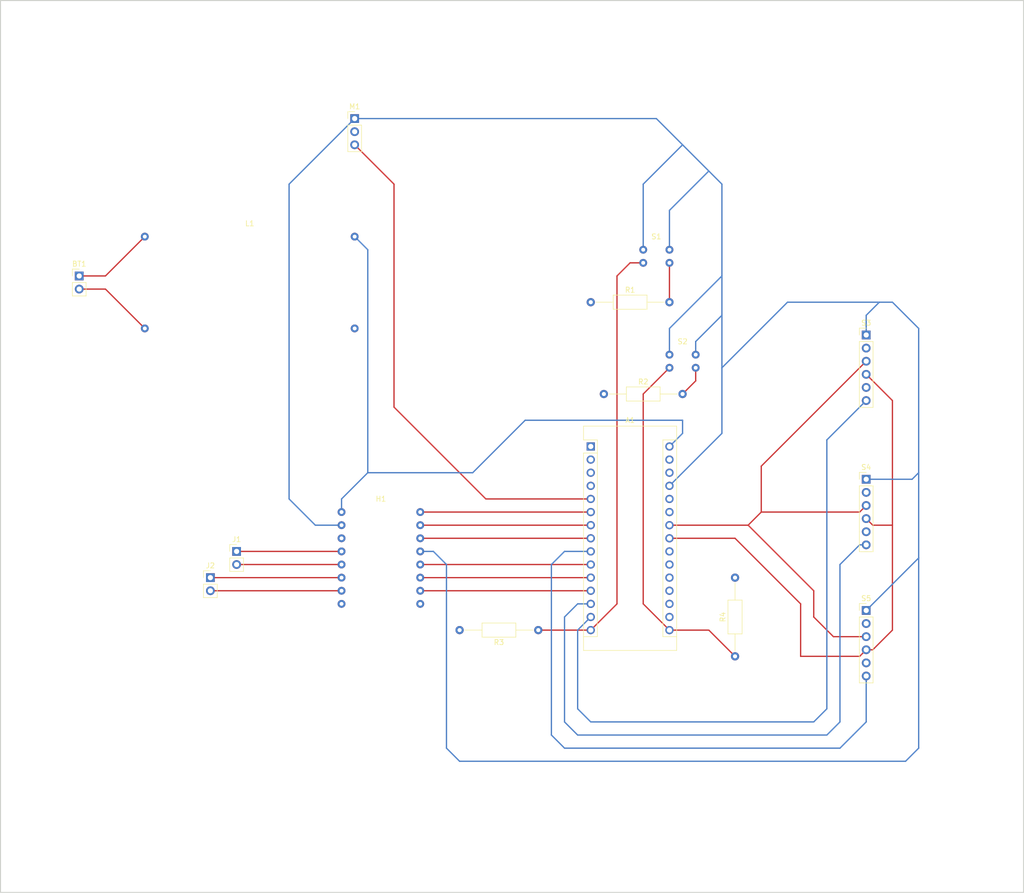
<source format=kicad_pcb>
(kicad_pcb (version 20211014) (generator pcbnew)
  (layers (0 "F.Cu" signal) (31 "B.Cu" signal) (34 "B.Paste" user) (35 "F.Paste" user) (36 "B.SilkS" user "B.Silkscreen") (37 "F.SilkS" user "F.Silkscreen") (38 "B.Mask" user) (39 "F.Mask" user) (44 "Edge.Cuts" user))
  (net 0 "")
  (net 4 "Net-(A1-Pad29)")
  (net 5 "Net-(A1-Pad5)")
  (net 6 "Net-(A1-Pad6)")
  (net 7 "Net-(A1-Pad7)")
  (net 8 "Net-(A1-Pad8)")
  (net 9 "Net-(A1-Pad9)")
  (net 10 "Net-(A1-Pad10)")
  (net 11 "Net-(A1-Pad11)")
  (net 12 "Net-(A1-Pad12)")
  (net 13 "Net-(A1-Pad13)")
  (net 14 "Net-(A1-Pad14)")
  (net 15 "Net-(A1-Pad15)")
  (net 16 "Net-(A1-Pad16)")
  (net 23 "Net-(A1-Pad23)")
  (net 24 "Net-(A1-Pad24)")
  (net 27 "Net-(A1-Pad27)")
  (net 29 "Net-(A1-Pad30)")
  (net 30 "Net-(R1-Pad2)")
  (net 31 "Net-(R2-Pad2)")
  (net 32 "Net-(BT1-Pad1)")
  (net 33 "Net-(BT1-Pad2)")
  (net 34 "Net-(H1-Pad4)")
  (net 35 "Net-(H1-Pad5)")
  (net 36 "Net-(H1-Pad6)")
  (net 37 "Net-(H1-Pad7)")
  (footprint "Resistor_THT:R_Axial_DIN0207_L6.3mm_D2.5mm_P15.24mm_Horizontal" (layer "F.Cu") (at 134.62 76.2)
    (fp_text reference "R1" (at 7.62 -2.37) (layer "F.SilkS"))
    (fp_text value "550")
    (fp_line (start 10.89 -1.37) (end 4.35 -1.37) (layer "F.SilkS") (width 0.12))
    (fp_line (start 4.35 -1.37) (end 4.35 1.37) (layer "F.SilkS") (width 0.12))
    (fp_line (start 14.2 0) (end 10.89 0) (layer "F.SilkS") (width 0.12))
    (fp_line (start 10.89 1.37) (end 10.89 -1.37) (layer "F.SilkS") (width 0.12))
    (fp_line (start 4.35 1.37) (end 10.89 1.37) (layer "F.SilkS") (width 0.12))
    (fp_line (start 1.04 0) (end 4.35 0) (layer "F.SilkS") (width 0.12))
    (pad "1" thru_hole circle (at 0 0) (size 1.6 1.6) (drill 0.8) (layers *.Cu *.Mask) (net 4 "Net-(A1-Pad29)"))
    (pad "2" thru_hole oval (at 15.24 0) (size 1.6 1.6) (drill 0.8) (layers *.Cu *.Mask) (net 30 "Net-(R1-Pad2)"))
  )
  (footprint "Resistor_THT:R_Axial_DIN0207_L6.3mm_D2.5mm_P15.24mm_Horizontal" (layer "F.Cu") (at 124.46 139.7 180)
    (fp_text reference "R3" (at 7.62 -2.37) (layer "F.SilkS"))
    (fp_text value "10k")
    (fp_line (start 14.2 0) (end 10.89 0) (layer "F.SilkS") (width 0.12))
    (fp_line (start 4.35 -1.37) (end 4.35 1.37) (layer "F.SilkS") (width 0.12))
    (fp_line (start 1.04 0) (end 4.35 0) (layer "F.SilkS") (width 0.12))
    (fp_line (start 10.89 1.37) (end 10.89 -1.37) (layer "F.SilkS") (width 0.12))
    (fp_line (start 4.35 1.37) (end 10.89 1.37) (layer "F.SilkS") (width 0.12))
    (fp_line (start 10.89 -1.37) (end 4.35 -1.37) (layer "F.SilkS") (width 0.12))
    (pad "1" thru_hole circle (at 0 0 180) (size 1.6 1.6) (drill 0.8) (layers *.Cu *.Mask) (net 15 "Net-(A1-Pad15)"))
    (pad "2" thru_hole oval (at 15.24 0 180) (size 1.6 1.6) (drill 0.8) (layers *.Cu *.Mask) (net 4 "Net-(A1-Pad29)"))
  )
  (footprint "Connector_PinHeader_2.54mm:PinHeader_1x02_P2.54mm_Vertical" (layer "F.Cu") (at 66.04 124.46)
    (fp_text reference "J1" (at 0 -2.33) (layer "F.SilkS"))
    (fp_text value "Conn_01x02")
    (fp_line (start -1.33 1.27) (end 1.33 1.27) (layer "F.SilkS") (width 0.12))
    (fp_line (start -1.33 0) (end -1.33 -1.33) (layer "F.SilkS") (width 0.12))
    (fp_line (start -1.33 1.27) (end -1.33 3.87) (layer "F.SilkS") (width 0.12))
    (fp_line (start -1.33 3.87) (end 1.33 3.87) (layer "F.SilkS") (width 0.12))
    (fp_line (start -1.33 -1.33) (end 0 -1.33) (layer "F.SilkS") (width 0.12))
    (fp_line (start 1.33 1.27) (end 1.33 3.87) (layer "F.SilkS") (width 0.12))
    (pad "1" thru_hole rect (at 0 0) (size 1.7 1.7) (drill 1) (layers *.Cu *.Mask) (net 34 "Net-(H1-Pad4)"))
    (pad "2" thru_hole oval (at 0 2.54) (size 1.7 1.7) (drill 1) (layers *.Cu *.Mask) (net 35 "Net-(H1-Pad5)"))
  )
  (footprint "Connector_PinHeader_2.54mm:PinHeader_1x02_P2.54mm_Vertical" (layer "F.Cu") (at 60.96 129.54)
    (fp_text reference "J2" (at 0 -2.33) (layer "F.SilkS"))
    (fp_text value "Conn_01x02")
    (fp_line (start -1.33 1.27) (end -1.33 3.87) (layer "F.SilkS") (width 0.12))
    (fp_line (start -1.33 3.87) (end 1.33 3.87) (layer "F.SilkS") (width 0.12))
    (fp_line (start 1.33 1.27) (end 1.33 3.87) (layer "F.SilkS") (width 0.12))
    (fp_line (start -1.33 1.27) (end 1.33 1.27) (layer "F.SilkS") (width 0.12))
    (fp_line (start -1.33 -1.33) (end 0 -1.33) (layer "F.SilkS") (width 0.12))
    (fp_line (start -1.33 0) (end -1.33 -1.33) (layer "F.SilkS") (width 0.12))
    (pad "1" thru_hole rect (at 0 0) (size 1.7 1.7) (drill 1) (layers *.Cu *.Mask) (net 36 "Net-(H1-Pad6)"))
    (pad "2" thru_hole oval (at 0 2.54) (size 1.7 1.7) (drill 1) (layers *.Cu *.Mask) (net 37 "Net-(H1-Pad7)"))
  )
  (footprint "Connector_PinHeader_2.54mm:PinHeader_1x06_P2.54mm_Vertical" (layer "F.Cu") (at 187.96 82.55)
    (fp_text reference "S3" (at 0 -2.33) (layer "F.SilkS"))
    (fp_text value "VL53L0X")
    (fp_line (start -1.33 1.27) (end -1.33 14.03) (layer "F.SilkS") (width 0.12))
    (fp_line (start -1.33 1.27) (end 1.33 1.27) (layer "F.SilkS") (width 0.12))
    (fp_line (start -1.33 14.03) (end 1.33 14.03) (layer "F.SilkS") (width 0.12))
    (fp_line (start -1.33 0) (end -1.33 -1.33) (layer "F.SilkS") (width 0.12))
    (fp_line (start 1.33 1.27) (end 1.33 14.03) (layer "F.SilkS") (width 0.12))
    (fp_line (start -1.33 -1.33) (end 0 -1.33) (layer "F.SilkS") (width 0.12))
    (pad "1" thru_hole rect (at 0 0) (size 1.7 1.7) (drill 1) (layers *.Cu *.Mask) (net 27 "Net-(A1-Pad27)"))
    (pad "2" thru_hole oval (at 0 2.54) (size 1.7 1.7) (drill 1) (layers *.Cu *.Mask) (net 4 "Net-(A1-Pad29)"))
    (pad "3" thru_hole oval (at 0 5.08) (size 1.7 1.7) (drill 1) (layers *.Cu *.Mask) (net 24 "Net-(A1-Pad24)"))
    (pad "4" thru_hole oval (at 0 7.62) (size 1.7 1.7) (drill 1) (layers *.Cu *.Mask) (net 23 "Net-(A1-Pad23)"))
    (pad "5" thru_hole oval (at 0 10.16) (size 1.7 1.7) (drill 1) (layers *.Cu *.Mask))
    (pad "6" thru_hole oval (at 0 12.7) (size 1.7 1.7) (drill 1) (layers *.Cu *.Mask) (net 14 "Net-(A1-Pad14)"))
  )
  (footprint "Module:Arduino_Nano" (layer "F.Cu") (at 134.62 104.14)
    (fp_text reference "A1" (at 7.62 -5.08) (layer "F.SilkS"))
    (fp_text value "Arduino_Nano_v3.x")
    (fp_line (start 13.97 -1.27) (end 16.64 -1.27) (layer "F.SilkS") (width 0.12))
    (fp_line (start 1.27 1.27) (end 1.27 -1.27) (layer "F.SilkS") (width 0.12))
    (fp_line (start -1.4 1.27) (end -1.4 39.5) (layer "F.SilkS") (width 0.12))
    (fp_line (start 1.27 1.27) (end 1.27 36.83) (layer "F.SilkS") (width 0.12))
    (fp_line (start -1.4 39.5) (end 16.64 39.5) (layer "F.SilkS") (width 0.12))
    (fp_line (start 13.97 -1.27) (end 13.97 36.83) (layer "F.SilkS") (width 0.12))
    (fp_line (start 1.27 1.27) (end -1.4 1.27) (layer "F.SilkS") (width 0.12))
    (fp_line (start 1.27 36.83) (end -1.4 36.83) (layer "F.SilkS") (width 0.12))
    (fp_line (start -1.4 -3.94) (end -1.4 -1.27) (layer "F.SilkS") (width 0.12))
    (fp_line (start 1.27 -1.27) (end -1.4 -1.27) (layer "F.SilkS") (width 0.12))
    (fp_line (start 13.97 36.83) (end 16.64 36.83) (layer "F.SilkS") (width 0.12))
    (fp_line (start 16.64 -3.94) (end -1.4 -3.94) (layer "F.SilkS") (width 0.12))
    (fp_line (start 16.64 39.5) (end 16.64 -3.94) (layer "F.SilkS") (width 0.12))
    (pad "1" thru_hole rect (at 0 0) (size 1.6 1.6) (drill 1) (layers *.Cu *.Mask))
    (pad "2" thru_hole oval (at 0 2.54) (size 1.6 1.6) (drill 1) (layers *.Cu *.Mask))
    (pad "3" thru_hole oval (at 0 5.08) (size 1.6 1.6) (drill 1) (layers *.Cu *.Mask))
    (pad "4" thru_hole oval (at 0 7.62) (size 1.6 1.6) (drill 1) (layers *.Cu *.Mask) (net 4 "Net-(A1-Pad29)"))
    (pad "5" thru_hole oval (at 0 10.16) (size 1.6 1.6) (drill 1) (layers *.Cu *.Mask) (net 5 "Net-(A1-Pad5)"))
    (pad "6" thru_hole oval (at 0 12.7) (size 1.6 1.6) (drill 1) (layers *.Cu *.Mask) (net 6 "Net-(A1-Pad6)"))
    (pad "7" thru_hole oval (at 0 15.24) (size 1.6 1.6) (drill 1) (layers *.Cu *.Mask) (net 7 "Net-(A1-Pad7)"))
    (pad "8" thru_hole oval (at 0 17.78) (size 1.6 1.6) (drill 1) (layers *.Cu *.Mask) (net 8 "Net-(A1-Pad8)"))
    (pad "9" thru_hole oval (at 0 20.32) (size 1.6 1.6) (drill 1) (layers *.Cu *.Mask) (net 9 "Net-(A1-Pad9)"))
    (pad "10" thru_hole oval (at 0 22.86) (size 1.6 1.6) (drill 1) (layers *.Cu *.Mask) (net 10 "Net-(A1-Pad10)"))
    (pad "11" thru_hole oval (at 0 25.4) (size 1.6 1.6) (drill 1) (layers *.Cu *.Mask) (net 11 "Net-(A1-Pad11)"))
    (pad "12" thru_hole oval (at 0 27.94) (size 1.6 1.6) (drill 1) (layers *.Cu *.Mask) (net 12 "Net-(A1-Pad12)"))
    (pad "13" thru_hole oval (at 0 30.48) (size 1.6 1.6) (drill 1) (layers *.Cu *.Mask) (net 13 "Net-(A1-Pad13)"))
    (pad "14" thru_hole oval (at 0 33.02) (size 1.6 1.6) (drill 1) (layers *.Cu *.Mask) (net 14 "Net-(A1-Pad14)"))
    (pad "15" thru_hole oval (at 0 35.56) (size 1.6 1.6) (drill 1) (layers *.Cu *.Mask) (net 15 "Net-(A1-Pad15)"))
    (pad "16" thru_hole oval (at 15.24 35.56) (size 1.6 1.6) (drill 1) (layers *.Cu *.Mask) (net 16 "Net-(A1-Pad16)"))
    (pad "17" thru_hole oval (at 15.24 33.02) (size 1.6 1.6) (drill 1) (layers *.Cu *.Mask))
    (pad "18" thru_hole oval (at 15.24 30.48) (size 1.6 1.6) (drill 1) (layers *.Cu *.Mask))
    (pad "19" thru_hole oval (at 15.24 27.94) (size 1.6 1.6) (drill 1) (layers *.Cu *.Mask))
    (pad "20" thru_hole oval (at 15.24 25.4) (size 1.6 1.6) (drill 1) (layers *.Cu *.Mask))
    (pad "21" thru_hole oval (at 15.24 22.86) (size 1.6 1.6) (drill 1) (layers *.Cu *.Mask))
    (pad "22" thru_hole oval (at 15.24 20.32) (size 1.6 1.6) (drill 1) (layers *.Cu *.Mask))
    (pad "23" thru_hole oval (at 15.24 17.78) (size 1.6 1.6) (drill 1) (layers *.Cu *.Mask) (net 23 "Net-(A1-Pad23)"))
    (pad "24" thru_hole oval (at 15.24 15.24) (size 1.6 1.6) (drill 1) (layers *.Cu *.Mask) (net 24 "Net-(A1-Pad24)"))
    (pad "25" thru_hole oval (at 15.24 12.7) (size 1.6 1.6) (drill 1) (layers *.Cu *.Mask))
    (pad "26" thru_hole oval (at 15.24 10.16) (size 1.6 1.6) (drill 1) (layers *.Cu *.Mask))
    (pad "27" thru_hole oval (at 15.24 7.62) (size 1.6 1.6) (drill 1) (layers *.Cu *.Mask) (net 27 "Net-(A1-Pad27)"))
    (pad "28" thru_hole oval (at 15.24 5.08) (size 1.6 1.6) (drill 1) (layers *.Cu *.Mask))
    (pad "29" thru_hole oval (at 15.24 2.54) (size 1.6 1.6) (drill 1) (layers *.Cu *.Mask) (net 4 "Net-(A1-Pad29)"))
    (pad "30" thru_hole oval (at 15.24 0) (size 1.6 1.6) (drill 1) (layers *.Cu *.Mask) (net 29 "Net-(A1-Pad30)"))
  )
  (footprint "Resistor_THT:R_Axial_DIN0207_L6.3mm_D2.5mm_P15.24mm_Horizontal" (layer "F.Cu") (at 137.16 93.98)
    (fp_text reference "R2" (at 7.62 -2.37) (layer "F.SilkS"))
    (fp_text value "550")
    (fp_line (start 10.89 1.37) (end 10.89 -1.37) (layer "F.SilkS") (width 0.12))
    (fp_line (start 4.35 -1.37) (end 4.35 1.37) (layer "F.SilkS") (width 0.12))
    (fp_line (start 4.35 1.37) (end 10.89 1.37) (layer "F.SilkS") (width 0.12))
    (fp_line (start 1.04 0) (end 4.35 0) (layer "F.SilkS") (width 0.12))
    (fp_line (start 14.2 0) (end 10.89 0) (layer "F.SilkS") (width 0.12))
    (fp_line (start 10.89 -1.37) (end 4.35 -1.37) (layer "F.SilkS") (width 0.12))
    (pad "1" thru_hole circle (at 0 0) (size 1.6 1.6) (drill 0.8) (layers *.Cu *.Mask) (net 4 "Net-(A1-Pad29)"))
    (pad "2" thru_hole oval (at 15.24 0) (size 1.6 1.6) (drill 0.8) (layers *.Cu *.Mask) (net 31 "Net-(R2-Pad2)"))
  )
  (footprint "SumoPET:TCRT5000" (layer "F.Cu") (at 147.32 68.58)
    (fp_text reference "S1" (at 0 -5.08 unlocked) (layer "F.SilkS"))
    (fp_text value "TCRT5000")
    (pad "1" thru_hole circle (at 2.54 0) (size 1.524 1.524) (drill 0.762) (layers *.Cu *.Mask) (net 30 "Net-(R1-Pad2)"))
    (pad "2" thru_hole circle (at 2.54 -2.54) (size 1.524 1.524) (drill 0.762) (layers *.Cu *.Mask) (net 27 "Net-(A1-Pad27)"))
    (pad "3" thru_hole circle (at -2.54 0) (size 1.524 1.524) (drill 0.762) (layers *.Cu *.Mask) (net 15 "Net-(A1-Pad15)"))
    (pad "4" thru_hole circle (at -2.54 -2.54) (size 1.524 1.524) (drill 0.762) (layers *.Cu *.Mask) (net 27 "Net-(A1-Pad27)"))
  )
  (footprint "SumoPET:TCRT5000" (layer "F.Cu") (at 152.4 88.9)
    (fp_text reference "S2" (at 0 -5.08 unlocked) (layer "F.SilkS"))
    (fp_text value "TCRT5000")
    (pad "1" thru_hole circle (at 2.54 0) (size 1.524 1.524) (drill 0.762) (layers *.Cu *.Mask) (net 31 "Net-(R2-Pad2)"))
    (pad "2" thru_hole circle (at 2.54 -2.54) (size 1.524 1.524) (drill 0.762) (layers *.Cu *.Mask) (net 27 "Net-(A1-Pad27)"))
    (pad "3" thru_hole circle (at -2.54 0) (size 1.524 1.524) (drill 0.762) (layers *.Cu *.Mask) (net 16 "Net-(A1-Pad16)"))
    (pad "4" thru_hole circle (at -2.54 -2.54) (size 1.524 1.524) (drill 0.762) (layers *.Cu *.Mask) (net 27 "Net-(A1-Pad27)"))
  )
  (footprint "Connector_PinHeader_2.54mm:PinHeader_1x02_P2.54mm_Vertical" (layer "F.Cu") (at 35.56 71.12)
    (fp_text reference "BT1" (at 0 -2.33) (layer "F.SilkS"))
    (fp_text value "9V")
    (fp_line (start -1.33 0) (end -1.33 -1.33) (layer "F.SilkS") (width 0.12))
    (fp_line (start -1.33 1.27) (end -1.33 3.87) (layer "F.SilkS") (width 0.12))
    (fp_line (start -1.33 3.87) (end 1.33 3.87) (layer "F.SilkS") (width 0.12))
    (fp_line (start -1.33 1.27) (end 1.33 1.27) (layer "F.SilkS") (width 0.12))
    (fp_line (start -1.33 -1.33) (end 0 -1.33) (layer "F.SilkS") (width 0.12))
    (fp_line (start 1.33 1.27) (end 1.33 3.87) (layer "F.SilkS") (width 0.12))
    (pad "1" thru_hole rect (at 0 0) (size 1.7 1.7) (drill 1) (layers *.Cu *.Mask) (net 32 "Net-(BT1-Pad1)"))
    (pad "2" thru_hole oval (at 0 2.54) (size 1.7 1.7) (drill 1) (layers *.Cu *.Mask) (net 33 "Net-(BT1-Pad2)"))
  )
  (footprint "Connector_PinHeader_2.54mm:PinHeader_1x03_P2.54mm_Vertical" (layer "F.Cu") (at 88.9 40.64)
    (fp_text reference "M1" (at 0 -2.33) (layer "F.SilkS"))
    (fp_text value "Módulo IR")
    (fp_line (start -1.33 0) (end -1.33 -1.33) (layer "F.SilkS") (width 0.12))
    (fp_line (start -1.33 6.41) (end 1.33 6.41) (layer "F.SilkS") (width 0.12))
    (fp_line (start -1.33 -1.33) (end 0 -1.33) (layer "F.SilkS") (width 0.12))
    (fp_line (start -1.33 1.27) (end -1.33 6.41) (layer "F.SilkS") (width 0.12))
    (fp_line (start -1.33 1.27) (end 1.33 1.27) (layer "F.SilkS") (width 0.12))
    (fp_line (start 1.33 1.27) (end 1.33 6.41) (layer "F.SilkS") (width 0.12))
    (pad "1" thru_hole rect (at 0 0) (size 1.7 1.7) (drill 1) (layers *.Cu *.Mask) (net 27 "Net-(A1-Pad27)"))
    (pad "2" thru_hole oval (at 0 2.54) (size 1.7 1.7) (drill 1) (layers *.Cu *.Mask) (net 4 "Net-(A1-Pad29)"))
    (pad "3" thru_hole oval (at 0 5.08) (size 1.7 1.7) (drill 1) (layers *.Cu *.Mask) (net 5 "Net-(A1-Pad5)"))
  )
  (footprint "SumoPET:TB6612FNG" (layer "F.Cu") (at 93.98 127)
    (fp_text reference "H1" (at 0 -12.7 unlocked) (layer "F.SilkS"))
    (fp_text value "TB6612FNG_Módulo")
    (pad "1" thru_hole circle (at -7.62 -10.16) (size 1.524 1.524) (drill 0.762) (layers *.Cu *.Mask) (net 29 "Net-(A1-Pad30)"))
    (pad "2" thru_hole circle (at -7.62 -7.62) (size 1.524 1.524) (drill 0.762) (layers *.Cu *.Mask) (net 27 "Net-(A1-Pad27)"))
    (pad "3" thru_hole circle (at -7.62 -5.08) (size 1.524 1.524) (drill 0.762) (layers *.Cu *.Mask) (net 4 "Net-(A1-Pad29)"))
    (pad "4" thru_hole circle (at -7.62 -2.54) (size 1.524 1.524) (drill 0.762) (layers *.Cu *.Mask) (net 34 "Net-(H1-Pad4)"))
    (pad "5" thru_hole circle (at -7.62 0) (size 1.524 1.524) (drill 0.762) (layers *.Cu *.Mask) (net 35 "Net-(H1-Pad5)"))
    (pad "6" thru_hole circle (at -7.62 2.54) (size 1.524 1.524) (drill 0.762) (layers *.Cu *.Mask) (net 36 "Net-(H1-Pad6)"))
    (pad "7" thru_hole circle (at -7.62 5.08) (size 1.524 1.524) (drill 0.762) (layers *.Cu *.Mask) (net 37 "Net-(H1-Pad7)"))
    (pad "8" thru_hole circle (at -7.62 7.62) (size 1.524 1.524) (drill 0.762) (layers *.Cu *.Mask) (net 4 "Net-(A1-Pad29)"))
    (pad "9" thru_hole circle (at 7.62 -10.16) (size 1.524 1.524) (drill 0.762) (layers *.Cu *.Mask) (net 6 "Net-(A1-Pad6)"))
    (pad "10" thru_hole circle (at 7.62 -7.62) (size 1.524 1.524) (drill 0.762) (layers *.Cu *.Mask) (net 7 "Net-(A1-Pad7)"))
    (pad "11" thru_hole circle (at 7.62 -5.08) (size 1.524 1.524) (drill 0.762) (layers *.Cu *.Mask) (net 8 "Net-(A1-Pad8)"))
    (pad "12" thru_hole circle (at 7.62 -2.54) (size 1.524 1.524) (drill 0.762) (layers *.Cu *.Mask) (net 27 "Net-(A1-Pad27)"))
    (pad "13" thru_hole circle (at 7.62 0) (size 1.524 1.524) (drill 0.762) (layers *.Cu *.Mask) (net 10 "Net-(A1-Pad10)"))
    (pad "14" thru_hole circle (at 7.62 2.54) (size 1.524 1.524) (drill 0.762) (layers *.Cu *.Mask) (net 11 "Net-(A1-Pad11)"))
    (pad "15" thru_hole circle (at 7.62 5.08) (size 1.524 1.524) (drill 0.762) (layers *.Cu *.Mask) (net 12 "Net-(A1-Pad12)"))
    (pad "16" thru_hole circle (at 7.62 7.62) (size 1.524 1.524) (drill 0.762) (layers *.Cu *.Mask) (net 4 "Net-(A1-Pad29)"))
  )
  (footprint "Resistor_THT:R_Axial_DIN0207_L6.3mm_D2.5mm_P15.24mm_Horizontal" (layer "F.Cu") (at 162.56 144.78 90)
    (fp_text reference "R4" (at 7.62 -2.37 90) (layer "F.SilkS"))
    (fp_text value "10k")
    (fp_line (start 14.2 0) (end 10.89 0) (layer "F.SilkS") (width 0.12))
    (fp_line (start 4.35 1.37) (end 10.89 1.37) (layer "F.SilkS") (width 0.12))
    (fp_line (start 10.89 -1.37) (end 4.35 -1.37) (layer "F.SilkS") (width 0.12))
    (fp_line (start 10.89 1.37) (end 10.89 -1.37) (layer "F.SilkS") (width 0.12))
    (fp_line (start 4.35 -1.37) (end 4.35 1.37) (layer "F.SilkS") (width 0.12))
    (fp_line (start 1.04 0) (end 4.35 0) (layer "F.SilkS") (width 0.12))
    (pad "1" thru_hole circle (at 0 0 90) (size 1.6 1.6) (drill 0.8) (layers *.Cu *.Mask) (net 16 "Net-(A1-Pad16)"))
    (pad "2" thru_hole oval (at 15.24 0 90) (size 1.6 1.6) (drill 0.8) (layers *.Cu *.Mask) (net 4 "Net-(A1-Pad29)"))
  )
  (footprint "SumoPET:LM2596" (layer "F.Cu") (at 68.58 73.66)
    (fp_text reference "L1" (at 0 -12.7 unlocked) (layer "F.SilkS"))
    (fp_text value "LM2596S-ADJ")
    (pad "1" thru_hole circle (at -20.32 7.62) (size 1.524 1.524) (drill 0.762) (layers *.Cu *.Mask) (net 33 "Net-(BT1-Pad2)"))
    (pad "2" thru_hole circle (at -20.32 -10.16) (size 1.524 1.524) (drill 0.762) (layers *.Cu *.Mask) (net 32 "Net-(BT1-Pad1)"))
    (pad "3" thru_hole circle (at 20.32 -10.16) (size 1.524 1.524) (drill 0.762) (layers *.Cu *.Mask) (net 29 "Net-(A1-Pad30)"))
    (pad "4" thru_hole circle (at 20.32 7.62) (size 1.524 1.524) (drill 0.762) (layers *.Cu *.Mask) (net 4 "Net-(A1-Pad29)"))
  )
  (footprint "Connector_PinHeader_2.54mm:PinHeader_1x06_P2.54mm_Vertical" (layer "F.Cu") (at 187.96 135.89)
    (fp_text reference "S5" (at 0 -2.33) (layer "F.SilkS"))
    (fp_text value "VL53L0X")
    (fp_line (start -1.33 -1.33) (end 0 -1.33) (layer "F.SilkS") (width 0.12))
    (fp_line (start -1.33 1.27) (end 1.33 1.27) (layer "F.SilkS") (width 0.12))
    (fp_line (start -1.33 0) (end -1.33 -1.33) (layer "F.SilkS") (width 0.12))
    (fp_line (start 1.33 1.27) (end 1.33 14.03) (layer "F.SilkS") (width 0.12))
    (fp_line (start -1.33 14.03) (end 1.33 14.03) (layer "F.SilkS") (width 0.12))
    (fp_line (start -1.33 1.27) (end -1.33 14.03) (layer "F.SilkS") (width 0.12))
    (pad "1" thru_hole rect (at 0 0) (size 1.7 1.7) (drill 1) (layers *.Cu *.Mask) (net 27 "Net-(A1-Pad27)"))
    (pad "2" thru_hole oval (at 0 2.54) (size 1.7 1.7) (drill 1) (layers *.Cu *.Mask) (net 4 "Net-(A1-Pad29)"))
    (pad "3" thru_hole oval (at 0 5.08) (size 1.7 1.7) (drill 1) (layers *.Cu *.Mask) (net 24 "Net-(A1-Pad24)"))
    (pad "4" thru_hole oval (at 0 7.62) (size 1.7 1.7) (drill 1) (layers *.Cu *.Mask) (net 23 "Net-(A1-Pad23)"))
    (pad "5" thru_hole oval (at 0 10.16) (size 1.7 1.7) (drill 1) (layers *.Cu *.Mask))
    (pad "6" thru_hole oval (at 0 12.7) (size 1.7 1.7) (drill 1) (layers *.Cu *.Mask) (net 9 "Net-(A1-Pad9)"))
  )
  (footprint "Connector_PinHeader_2.54mm:PinHeader_1x06_P2.54mm_Vertical" (layer "F.Cu") (at 187.96 110.49)
    (fp_text reference "S4" (at 0 -2.33) (layer "F.SilkS"))
    (fp_text value "VL53L0X")
    (fp_line (start -1.33 1.27) (end 1.33 1.27) (layer "F.SilkS") (width 0.12))
    (fp_line (start -1.33 0) (end -1.33 -1.33) (layer "F.SilkS") (width 0.12))
    (fp_line (start -1.33 14.03) (end 1.33 14.03) (layer "F.SilkS") (width 0.12))
    (fp_line (start 1.33 1.27) (end 1.33 14.03) (layer "F.SilkS") (width 0.12))
    (fp_line (start -1.33 -1.33) (end 0 -1.33) (layer "F.SilkS") (width 0.12))
    (fp_line (start -1.33 1.27) (end -1.33 14.03) (layer "F.SilkS") (width 0.12))
    (pad "1" thru_hole rect (at 0 0) (size 1.7 1.7) (drill 1) (layers *.Cu *.Mask) (net 27 "Net-(A1-Pad27)"))
    (pad "2" thru_hole oval (at 0 2.54) (size 1.7 1.7) (drill 1) (layers *.Cu *.Mask) (net 4 "Net-(A1-Pad29)"))
    (pad "3" thru_hole oval (at 0 5.08) (size 1.7 1.7) (drill 1) (layers *.Cu *.Mask) (net 24 "Net-(A1-Pad24)"))
    (pad "4" thru_hole oval (at 0 7.62) (size 1.7 1.7) (drill 1) (layers *.Cu *.Mask) (net 23 "Net-(A1-Pad23)"))
    (pad "5" thru_hole oval (at 0 10.16) (size 1.7 1.7) (drill 1) (layers *.Cu *.Mask))
    (pad "6" thru_hole oval (at 0 12.7) (size 1.7 1.7) (drill 1) (layers *.Cu *.Mask) (net 13 "Net-(A1-Pad13)"))
  )
  (gr_poly (pts (xy 218.44 190.5) (xy 20.32 190.5) (xy 20.32 17.78) (xy 218.44 17.78)) (layer "Edge.Cuts") (width 0.2) (fill none))
  (segment (start 96.52 96.52) (end 114.3 114.3) (width 0.25) (layer "F.Cu") (net 5))
  (segment (start 114.3 114.3) (end 134.62 114.3) (width 0.25) (layer "F.Cu") (net 5))
  (segment (start 88.9 45.72) (end 96.52 53.34) (width 0.25) (layer "F.Cu") (net 5))
  (segment (start 96.52 53.34) (end 96.52 96.52) (width 0.25) (layer "F.Cu") (net 5))
  (segment (start 101.6 116.84) (end 134.62 116.84) (width 0.25) (layer "F.Cu") (net 6))
  (segment (start 101.6 119.38) (end 134.62 119.38) (width 0.25) (layer "F.Cu") (net 7))
  (segment (start 101.6 121.92) (end 134.62 121.92) (width 0.25) (layer "F.Cu") (net 8))
  (segment (start 127 127) (end 129.54 124.46) (width 0.25) (layer "B.Cu") (net 9))
  (segment (start 182.88 162.56) (end 129.54 162.56) (width 0.25) (layer "B.Cu") (net 9))
  (segment (start 129.54 124.46) (end 134.62 124.46) (width 0.25) (layer "B.Cu") (net 9))
  (segment (start 129.54 162.56) (end 127 160.02) (width 0.25) (layer "B.Cu") (net 9))
  (segment (start 185.42 160.02) (end 182.88 162.56) (width 0.25) (layer "B.Cu") (net 9))
  (segment (start 127 160.02) (end 127 127) (width 0.25) (layer "B.Cu") (net 9))
  (segment (start 187.96 148.59) (end 187.96 149.86) (width 0.25) (layer "B.Cu") (net 9))
  (segment (start 187.96 148.59) (end 187.96 157.48) (width 0.25) (layer "B.Cu") (net 9))
  (segment (start 187.96 157.48) (end 185.42 160.02) (width 0.25) (layer "B.Cu") (net 9))
  (segment (start 134.62 127) (end 101.6 127) (width 0.25) (layer "F.Cu") (net 10))
  (segment (start 101.6 129.54) (end 134.62 129.54) (width 0.25) (layer "F.Cu") (net 11))
  (segment (start 101.6 132.08) (end 134.62 132.08) (width 0.25) (layer "F.Cu") (net 12))
  (segment (start 129.54 137.16) (end 132.08 134.62) (width 0.25) (layer "B.Cu") (net 13))
  (segment (start 132.08 160.02) (end 129.54 157.48) (width 0.25) (layer "B.Cu") (net 13))
  (segment (start 182.88 127) (end 182.88 157.48) (width 0.25) (layer "B.Cu") (net 13))
  (segment (start 186.69 123.19) (end 182.88 127) (width 0.25) (layer "B.Cu") (net 13))
  (segment (start 187.96 123.19) (end 186.69 123.19) (width 0.25) (layer "B.Cu") (net 13))
  (segment (start 180.34 160.02) (end 132.08 160.02) (width 0.25) (layer "B.Cu") (net 13))
  (segment (start 129.54 157.48) (end 129.54 137.16) (width 0.25) (layer "B.Cu") (net 13))
  (segment (start 132.08 134.62) (end 134.62 134.62) (width 0.25) (layer "B.Cu") (net 13))
  (segment (start 182.88 157.48) (end 180.34 160.02) (width 0.25) (layer "B.Cu") (net 13))
  (segment (start 180.34 102.87) (end 180.34 154.94) (width 0.25) (layer "B.Cu") (net 14))
  (segment (start 132.08 139.7) (end 134.62 137.16) (width 0.25) (layer "B.Cu") (net 14))
  (segment (start 187.96 95.25) (end 180.34 102.87) (width 0.25) (layer "B.Cu") (net 14))
  (segment (start 134.62 157.48) (end 132.08 154.94) (width 0.25) (layer "B.Cu") (net 14))
  (segment (start 132.08 154.94) (end 132.08 139.7) (width 0.25) (layer "B.Cu") (net 14))
  (segment (start 177.8 157.48) (end 134.62 157.48) (width 0.25) (layer "B.Cu") (net 14))
  (segment (start 180.34 154.94) (end 177.8 157.48) (width 0.25) (layer "B.Cu") (net 14))
  (segment (start 144.78 68.58) (end 142.24 68.58) (width 0.25) (layer "F.Cu") (net 15))
  (segment (start 134.62 139.7) (end 124.46 139.7) (width 0.25) (layer "F.Cu") (net 15))
  (segment (start 139.7 134.62) (end 134.62 139.7) (width 0.25) (layer "F.Cu") (net 15))
  (segment (start 139.7 71.12) (end 139.7 134.62) (width 0.25) (layer "F.Cu") (net 15))
  (segment (start 142.24 68.58) (end 139.7 71.12) (width 0.25) (layer "F.Cu") (net 15))
  (segment (start 157.48 139.7) (end 162.56 144.78) (width 0.25) (layer "F.Cu") (net 16))
  (segment (start 144.78 134.62) (end 144.78 93.98) (width 0.25) (layer "F.Cu") (net 16))
  (segment (start 144.78 93.98) (end 149.86 88.9) (width 0.25) (layer "F.Cu") (net 16))
  (segment (start 149.86 139.7) (end 144.78 134.62) (width 0.25) (layer "F.Cu") (net 16))
  (segment (start 149.86 139.7) (end 157.48 139.7) (width 0.25) (layer "F.Cu") (net 16))
  (segment (start 175.26 144.78) (end 186.69 144.78) (width 0.25) (layer "F.Cu") (net 23))
  (segment (start 162.56 121.92) (end 175.26 134.62) (width 0.25) (layer "F.Cu") (net 23))
  (segment (start 187.96 90.17) (end 193.04 95.25) (width 0.25) (layer "F.Cu") (net 23))
  (segment (start 175.26 134.62) (end 175.26 144.78) (width 0.25) (layer "F.Cu") (net 23))
  (segment (start 189.23 119.38) (end 193.04 119.38) (width 0.25) (layer "F.Cu") (net 23))
  (segment (start 193.04 139.7) (end 189.23 143.51) (width 0.25) (layer "F.Cu") (net 23))
  (segment (start 189.23 143.51) (end 187.96 143.51) (width 0.25) (layer "F.Cu") (net 23))
  (segment (start 149.86 121.92) (end 162.56 121.92) (width 0.25) (layer "F.Cu") (net 23))
  (segment (start 186.69 144.78) (end 187.96 143.51) (width 0.25) (layer "F.Cu") (net 23))
  (segment (start 187.96 118.11) (end 189.23 119.38) (width 0.25) (layer "F.Cu") (net 23))
  (segment (start 193.04 95.25) (end 193.04 139.7) (width 0.25) (layer "F.Cu") (net 23))
  (segment (start 167.64 107.95) (end 167.64 116.84) (width 0.25) (layer "F.Cu") (net 24))
  (segment (start 165.1 119.38) (end 177.8 132.08) (width 0.25) (layer "F.Cu") (net 24))
  (segment (start 167.64 116.84) (end 165.1 119.38) (width 0.25) (layer "F.Cu") (net 24))
  (segment (start 177.8 137.16) (end 181.61 140.97) (width 0.25) (layer "F.Cu") (net 24))
  (segment (start 177.8 132.08) (end 177.8 137.16) (width 0.25) (layer "F.Cu") (net 24))
  (segment (start 187.96 87.63) (end 167.64 107.95) (width 0.25) (layer "F.Cu") (net 24))
  (segment (start 167.64 116.84) (end 186.69 116.84) (width 0.25) (layer "F.Cu") (net 24))
  (segment (start 181.61 140.97) (end 187.96 140.97) (width 0.25) (layer "F.Cu") (net 24))
  (segment (start 165.1 119.38) (end 149.86 119.38) (width 0.25) (layer "F.Cu") (net 24))
  (segment (start 186.69 116.84) (end 187.96 115.57) (width 0.25) (layer "F.Cu") (net 24))
  (segment (start 160.02 53.34) (end 152.4 45.72) (width 0.25) (layer "B.Cu") (net 27))
  (segment (start 76.2 114.3) (end 81.28 119.38) (width 0.25) (layer "B.Cu") (net 27))
  (segment (start 193.04 76.2) (end 198.12 81.28) (width 0.25) (layer "B.Cu") (net 27))
  (segment (start 144.78 66.04) (end 144.78 53.34) (width 0.25) (layer "B.Cu") (net 27))
  (segment (start 149.86 66.04) (end 149.86 58.42) (width 0.25) (layer "B.Cu") (net 27))
  (segment (start 106.68 162.56) (end 109.22 165.1) (width 0.25) (layer "B.Cu") (net 27))
  (segment (start 154.94 83.82) (end 160.02 78.74) (width 0.25) (layer "B.Cu") (net 27))
  (segment (start 187.96 82.55) (end 187.96 78.74) (width 0.25) (layer "B.Cu") (net 27))
  (segment (start 88.9 40.64) (end 76.2 53.34) (width 0.25) (layer "B.Cu") (net 27))
  (segment (start 152.4 45.72) (end 147.32 40.64) (width 0.25) (layer "B.Cu") (net 27))
  (segment (start 198.12 81.28) (end 198.12 125.73) (width 0.25) (layer "B.Cu") (net 27))
  (segment (start 109.22 165.1) (end 195.58 165.1) (width 0.25) (layer "B.Cu") (net 27))
  (segment (start 149.86 58.42) (end 157.48 50.8) (width 0.25) (layer "B.Cu") (net 27))
  (segment (start 154.94 86.36) (end 154.94 83.82) (width 0.25) (layer "B.Cu") (net 27))
  (segment (start 147.32 40.64) (end 88.9 40.64) (width 0.25) (layer "B.Cu") (net 27))
  (segment (start 81.28 119.38) (end 86.36 119.38) (width 0.25) (layer "B.Cu") (net 27))
  (segment (start 160.02 88.9) (end 160.02 78.74) (width 0.25) (layer "B.Cu") (net 27))
  (segment (start 160.02 78.74) (end 160.02 71.12) (width 0.25) (layer "B.Cu") (net 27))
  (segment (start 76.2 53.34) (end 76.2 114.3) (width 0.25) (layer "B.Cu") (net 27))
  (segment (start 172.72 76.2) (end 193.04 76.2) (width 0.25) (layer "B.Cu") (net 27))
  (segment (start 144.78 53.34) (end 152.4 45.72) (width 0.25) (layer "B.Cu") (net 27))
  (segment (start 160.02 88.9) (end 160.02 101.6) (width 0.25) (layer "B.Cu") (net 27))
  (segment (start 160.02 88.9) (end 172.72 76.2) (width 0.25) (layer "B.Cu") (net 27))
  (segment (start 160.02 101.6) (end 149.86 111.76) (width 0.25) (layer "B.Cu") (net 27))
  (segment (start 104.14 124.46) (end 106.68 127) (width 0.25) (layer "B.Cu") (net 27))
  (segment (start 196.85 110.49) (end 198.12 109.22) (width 0.25) (layer "B.Cu") (net 27))
  (segment (start 187.96 110.49) (end 196.85 110.49) (width 0.25) (layer "B.Cu") (net 27))
  (segment (start 101.6 124.46) (end 104.14 124.46) (width 0.25) (layer "B.Cu") (net 27))
  (segment (start 187.96 78.74) (end 190.5 76.2) (width 0.25) (layer "B.Cu") (net 27))
  (segment (start 198.12 162.56) (end 198.12 125.73) (width 0.25) (layer "B.Cu") (net 27))
  (segment (start 149.86 86.36) (end 149.86 81.28) (width 0.25) (layer "B.Cu") (net 27))
  (segment (start 198.12 125.73) (end 187.96 135.89) (width 0.25) (layer "B.Cu") (net 27))
  (segment (start 149.86 81.28) (end 160.02 71.12) (width 0.25) (layer "B.Cu") (net 27))
  (segment (start 195.58 165.1) (end 198.12 162.56) (width 0.25) (layer "B.Cu") (net 27))
  (segment (start 160.02 71.12) (end 160.02 53.34) (width 0.25) (layer "B.Cu") (net 27))
  (segment (start 106.68 127) (end 106.68 162.56) (width 0.25) (layer "B.Cu") (net 27))
  (segment (start 91.44 109.22) (end 111.76 109.22) (width 0.25) (layer "B.Cu") (net 29))
  (segment (start 111.76 109.22) (end 121.92 99.06) (width 0.25) (layer "B.Cu") (net 29))
  (segment (start 88.9 63.5) (end 91.44 66.04) (width 0.25) (layer "B.Cu") (net 29))
  (segment (start 149.86 104.14) (end 152.4 101.6) (width 0.25) (layer "B.Cu") (net 29))
  (segment (start 91.44 109.22) (end 86.36 114.3) (width 0.25) (layer "B.Cu") (net 29))
  (segment (start 152.4 101.6) (end 152.4 99.06) (width 0.25) (layer "B.Cu") (net 29))
  (segment (start 86.36 114.3) (end 86.36 116.84) (width 0.25) (layer "B.Cu") (net 29))
  (segment (start 91.44 66.04) (end 91.44 109.22) (width 0.25) (layer "B.Cu") (net 29))
  (segment (start 121.92 99.06) (end 152.4 99.06) (width 0.25) (layer "B.Cu") (net 29))
  (segment (start 149.86 68.58) (end 149.86 76.2) (width 0.25) (layer "F.Cu") (net 30))
  (segment (start 154.94 88.9) (end 154.94 91.44) (width 0.25) (layer "F.Cu") (net 31))
  (segment (start 154.94 91.44) (end 152.4 93.98) (width 0.25) (layer "F.Cu") (net 31))
  (segment (start 35.56 71.12) (end 40.64 71.12) (width 0.25) (layer "F.Cu") (net 32))
  (segment (start 40.64 71.12) (end 48.26 63.5) (width 0.25) (layer "F.Cu") (net 32))
  (segment (start 40.64 73.66) (end 48.26 81.28) (width 0.25) (layer "F.Cu") (net 33))
  (segment (start 35.56 73.66) (end 40.64 73.66) (width 0.25) (layer "F.Cu") (net 33))
  (segment (start 66.04 124.46) (end 86.36 124.46) (width 0.25) (layer "F.Cu") (net 34))
  (segment (start 66.04 127) (end 86.36 127) (width 0.25) (layer "F.Cu") (net 35))
  (segment (start 60.96 129.54) (end 86.36 129.54) (width 0.25) (layer "F.Cu") (net 36))
  (segment (start 60.96 132.08) (end 86.36 132.08) (width 0.25) (layer "F.Cu") (net 37))
)
</source>
